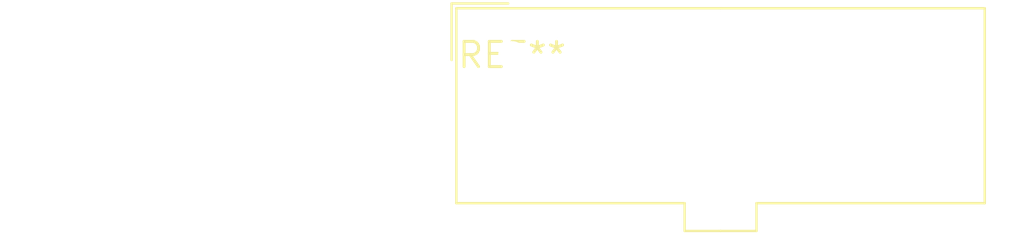
<source format=kicad_pcb>
(kicad_pcb (version 20240108) (generator pcbnew)
  (layers (0 "F.Cu" signal) (31 "B.Cu" signal) (34 "B.Paste" user) (35 "F.Paste" user) (36 "B.SilkS" user "B.Silkscreen") (37 "F.SilkS" user "F.Silkscreen") (38 "B.Mask" user) (39 "F.Mask" user) (44 "Edge.Cuts" user))
  (net 0 "")
  (footprint "Molex_Mini-Fit_Jr_5566-12A_2x06_P4.20mm_Vertical" (layer "F.Cu") (at 0 0)
    (property "Reference" "REF**")
    (property "Value" "Molex_Mini-Fit_Jr_5566-12A_2x06_P4.20mm_Vertical")
    (fp_line (start -3.05 -2.6) (end -3.05 0.25) (layer "F.SilkS") (stroke (width 0.12)))
    (fp_line (start -2.81 -2.36) (end -2.81 7.46) (layer "F.SilkS") (stroke (width 0.12)))
    (fp_line (start -2.81 7.46) (end 8.69 7.46) (layer "F.SilkS") (stroke (width 0.12)))
    (fp_line (start -0.2 -2.6) (end -3.05 -2.6) (layer "F.SilkS") (stroke (width 0.12)))
    (fp_line (start 8.69 7.46) (end 8.69 8.86) (layer "F.SilkS") (stroke (width 0.12)))
    (fp_line (start 8.69 8.86) (end 10.5 8.86) (layer "F.SilkS") (stroke (width 0.12)))
    (fp_line (start 10.5 -2.36) (end -2.81 -2.36) (layer "F.SilkS") (stroke (width 0.12)))
    (fp_line (start 10.5 -2.36) (end 23.81 -2.36) (layer "F.SilkS") (stroke (width 0.12)))
    (fp_line (start 12.31 7.46) (end 12.31 8.86) (layer "F.SilkS") (stroke (width 0.12)))
    (fp_line (start 12.31 8.86) (end 10.5 8.86) (layer "F.SilkS") (stroke (width 0.12)))
    (fp_line (start 23.81 -2.36) (end 23.81 7.46) (layer "F.SilkS") (stroke (width 0.12)))
    (fp_line (start 23.81 7.46) (end 12.31 7.46) (layer "F.SilkS") (stroke (width 0.12)))
    (pad "1" thru_hole roundrect (at 0 0) (size 2.7 3.3) (drill 1.4) (layers *.Cu *.Mask) (remove_unused_layers) (roundrect_rratio 0.092593))
    (pad "2" thru_hole oval (at 4.2 0) (size 2.7 3.3) (drill 1.4) (layers *.Cu *.Mask) (remove_unused_layers))
    (pad "3" thru_hole oval (at 8.4 0) (size 2.7 3.3) (drill 1.4) (layers *.Cu *.Mask) (remove_unused_layers))
    (pad "4" thru_hole oval (at 12.6 0) (size 2.7 3.3) (drill 1.4) (layers *.Cu *.Mask) (remove_unused_layers))
    (pad "5" thru_hole oval (at 16.8 0) (size 2.7 3.3) (drill 1.4) (layers *.Cu *.Mask) (remove_unused_layers))
    (pad "6" thru_hole oval (at 21 0) (size 2.7 3.3) (drill 1.4) (layers *.Cu *.Mask) (remove_unused_layers))
    (pad "7" thru_hole oval (at 0 5.5) (size 2.7 3.3) (drill 1.4) (layers *.Cu *.Mask) (remove_unused_layers))
    (pad "8" thru_hole oval (at 4.2 5.5) (size 2.7 3.3) (drill 1.4) (layers *.Cu *.Mask) (remove_unused_layers))
    (pad "9" thru_hole oval (at 8.4 5.5) (size 2.7 3.3) (drill 1.4) (layers *.Cu *.Mask) (remove_unused_layers))
    (pad "10" thru_hole oval (at 12.6 5.5) (size 2.7 3.3) (drill 1.4) (layers *.Cu *.Mask) (remove_unused_layers))
    (pad "11" thru_hole oval (at 16.8 5.5) (size 2.7 3.3) (drill 1.4) (layers *.Cu *.Mask) (remove_unused_layers))
    (pad "12" thru_hole oval (at 21 5.5) (size 2.7 3.3) (drill 1.4) (layers *.Cu *.Mask) (remove_unused_layers))
  )
)
</source>
